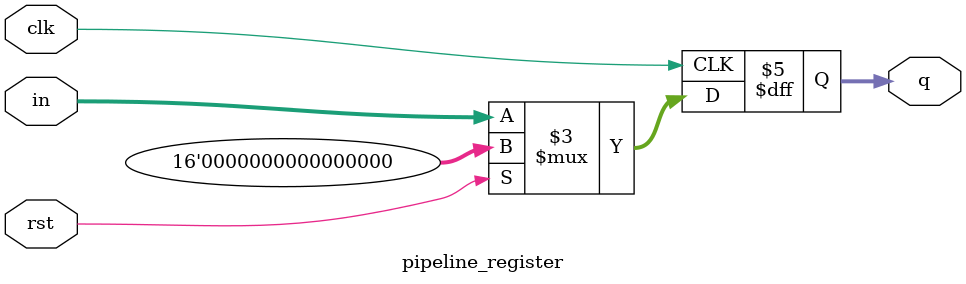
<source format=v>
module pipeline_register #(
    parameter DATA_W = 16
) (
    input clk,
    input rst,
    input [DATA_W-1:0] in,
    output reg [DATA_W-1:0] q
);
    always @(posedge clk) begin
        if(rst) begin
            q <= 16'd0;
        end else begin
            q <= in;
        end
    end
endmodule
</source>
